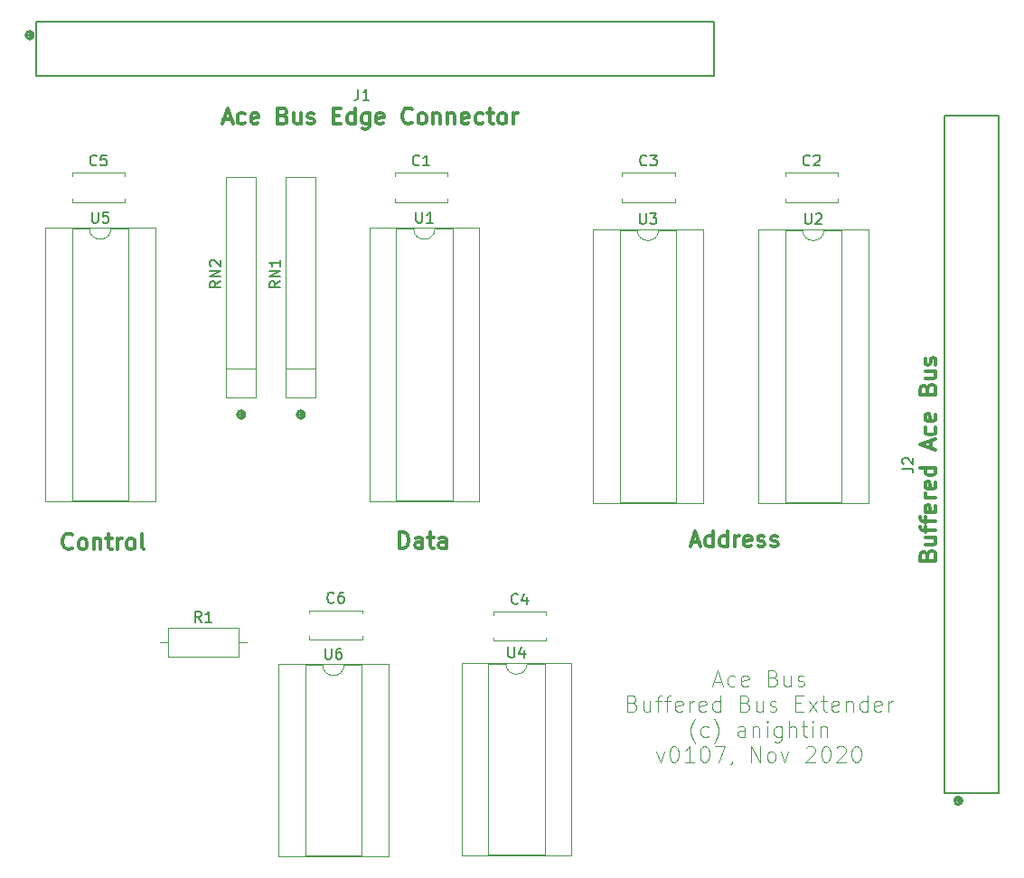
<source format=gbr>
G04 #@! TF.GenerationSoftware,KiCad,Pcbnew,(5.0.1-3-g963ef8bb5)*
G04 #@! TF.CreationDate,2020-10-28T20:52:00+00:00*
G04 #@! TF.ProjectId,ACE_Backplane_Adaptor,4143455F4261636B706C616E655F4164,rev?*
G04 #@! TF.SameCoordinates,Original*
G04 #@! TF.FileFunction,Legend,Top*
G04 #@! TF.FilePolarity,Positive*
%FSLAX46Y46*%
G04 Gerber Fmt 4.6, Leading zero omitted, Abs format (unit mm)*
G04 Created by KiCad (PCBNEW (5.0.1-3-g963ef8bb5)) date Wednesday, 28 October 2020 at 20:52:00*
%MOMM*%
%LPD*%
G01*
G04 APERTURE LIST*
%ADD10C,0.200000*%
%ADD11C,0.300000*%
%ADD12C,0.125000*%
%ADD13C,0.150000*%
%ADD14C,0.120000*%
G04 APERTURE END LIST*
D10*
X116225609Y-91927391D02*
G75*
G03X116225609Y-91927391I-401609J0D01*
G01*
X116130605Y-91948000D02*
G75*
G03X116130605Y-91948000I-179605J0D01*
G01*
X116107981Y-91948000D02*
G75*
G03X116107981Y-91948000I-283981J0D01*
G01*
X115951000Y-91948000D02*
G75*
G03X115951000Y-91948000I-127000J0D01*
G01*
X121813609Y-91927391D02*
G75*
G03X121813609Y-91927391I-401609J0D01*
G01*
X121718605Y-91948000D02*
G75*
G03X121718605Y-91948000I-179605J0D01*
G01*
X121695981Y-91948000D02*
G75*
G03X121695981Y-91948000I-283981J0D01*
G01*
X121539000Y-91948000D02*
G75*
G03X121539000Y-91948000I-127000J0D01*
G01*
D11*
X100012857Y-104421714D02*
X99941428Y-104493142D01*
X99727142Y-104564571D01*
X99584285Y-104564571D01*
X99370000Y-104493142D01*
X99227142Y-104350285D01*
X99155714Y-104207428D01*
X99084285Y-103921714D01*
X99084285Y-103707428D01*
X99155714Y-103421714D01*
X99227142Y-103278857D01*
X99370000Y-103136000D01*
X99584285Y-103064571D01*
X99727142Y-103064571D01*
X99941428Y-103136000D01*
X100012857Y-103207428D01*
X100870000Y-104564571D02*
X100727142Y-104493142D01*
X100655714Y-104421714D01*
X100584285Y-104278857D01*
X100584285Y-103850285D01*
X100655714Y-103707428D01*
X100727142Y-103636000D01*
X100870000Y-103564571D01*
X101084285Y-103564571D01*
X101227142Y-103636000D01*
X101298571Y-103707428D01*
X101370000Y-103850285D01*
X101370000Y-104278857D01*
X101298571Y-104421714D01*
X101227142Y-104493142D01*
X101084285Y-104564571D01*
X100870000Y-104564571D01*
X102012857Y-103564571D02*
X102012857Y-104564571D01*
X102012857Y-103707428D02*
X102084285Y-103636000D01*
X102227142Y-103564571D01*
X102441428Y-103564571D01*
X102584285Y-103636000D01*
X102655714Y-103778857D01*
X102655714Y-104564571D01*
X103155714Y-103564571D02*
X103727142Y-103564571D01*
X103370000Y-103064571D02*
X103370000Y-104350285D01*
X103441428Y-104493142D01*
X103584285Y-104564571D01*
X103727142Y-104564571D01*
X104227142Y-104564571D02*
X104227142Y-103564571D01*
X104227142Y-103850285D02*
X104298571Y-103707428D01*
X104370000Y-103636000D01*
X104512857Y-103564571D01*
X104655714Y-103564571D01*
X105370000Y-104564571D02*
X105227142Y-104493142D01*
X105155714Y-104421714D01*
X105084285Y-104278857D01*
X105084285Y-103850285D01*
X105155714Y-103707428D01*
X105227142Y-103636000D01*
X105370000Y-103564571D01*
X105584285Y-103564571D01*
X105727142Y-103636000D01*
X105798571Y-103707428D01*
X105870000Y-103850285D01*
X105870000Y-104278857D01*
X105798571Y-104421714D01*
X105727142Y-104493142D01*
X105584285Y-104564571D01*
X105370000Y-104564571D01*
X106727142Y-104564571D02*
X106584285Y-104493142D01*
X106512857Y-104350285D01*
X106512857Y-103064571D01*
X130663428Y-104437571D02*
X130663428Y-102937571D01*
X131020571Y-102937571D01*
X131234857Y-103009000D01*
X131377714Y-103151857D01*
X131449142Y-103294714D01*
X131520571Y-103580428D01*
X131520571Y-103794714D01*
X131449142Y-104080428D01*
X131377714Y-104223285D01*
X131234857Y-104366142D01*
X131020571Y-104437571D01*
X130663428Y-104437571D01*
X132806285Y-104437571D02*
X132806285Y-103651857D01*
X132734857Y-103509000D01*
X132592000Y-103437571D01*
X132306285Y-103437571D01*
X132163428Y-103509000D01*
X132806285Y-104366142D02*
X132663428Y-104437571D01*
X132306285Y-104437571D01*
X132163428Y-104366142D01*
X132092000Y-104223285D01*
X132092000Y-104080428D01*
X132163428Y-103937571D01*
X132306285Y-103866142D01*
X132663428Y-103866142D01*
X132806285Y-103794714D01*
X133306285Y-103437571D02*
X133877714Y-103437571D01*
X133520571Y-102937571D02*
X133520571Y-104223285D01*
X133592000Y-104366142D01*
X133734857Y-104437571D01*
X133877714Y-104437571D01*
X135020571Y-104437571D02*
X135020571Y-103651857D01*
X134949142Y-103509000D01*
X134806285Y-103437571D01*
X134520571Y-103437571D01*
X134377714Y-103509000D01*
X135020571Y-104366142D02*
X134877714Y-104437571D01*
X134520571Y-104437571D01*
X134377714Y-104366142D01*
X134306285Y-104223285D01*
X134306285Y-104080428D01*
X134377714Y-103937571D01*
X134520571Y-103866142D01*
X134877714Y-103866142D01*
X135020571Y-103794714D01*
X158016285Y-103882000D02*
X158730571Y-103882000D01*
X157873428Y-104310571D02*
X158373428Y-102810571D01*
X158873428Y-104310571D01*
X160016285Y-104310571D02*
X160016285Y-102810571D01*
X160016285Y-104239142D02*
X159873428Y-104310571D01*
X159587714Y-104310571D01*
X159444857Y-104239142D01*
X159373428Y-104167714D01*
X159302000Y-104024857D01*
X159302000Y-103596285D01*
X159373428Y-103453428D01*
X159444857Y-103382000D01*
X159587714Y-103310571D01*
X159873428Y-103310571D01*
X160016285Y-103382000D01*
X161373428Y-104310571D02*
X161373428Y-102810571D01*
X161373428Y-104239142D02*
X161230571Y-104310571D01*
X160944857Y-104310571D01*
X160802000Y-104239142D01*
X160730571Y-104167714D01*
X160659142Y-104024857D01*
X160659142Y-103596285D01*
X160730571Y-103453428D01*
X160802000Y-103382000D01*
X160944857Y-103310571D01*
X161230571Y-103310571D01*
X161373428Y-103382000D01*
X162087714Y-104310571D02*
X162087714Y-103310571D01*
X162087714Y-103596285D02*
X162159142Y-103453428D01*
X162230571Y-103382000D01*
X162373428Y-103310571D01*
X162516285Y-103310571D01*
X163587714Y-104239142D02*
X163444857Y-104310571D01*
X163159142Y-104310571D01*
X163016285Y-104239142D01*
X162944857Y-104096285D01*
X162944857Y-103524857D01*
X163016285Y-103382000D01*
X163159142Y-103310571D01*
X163444857Y-103310571D01*
X163587714Y-103382000D01*
X163659142Y-103524857D01*
X163659142Y-103667714D01*
X162944857Y-103810571D01*
X164230571Y-104239142D02*
X164373428Y-104310571D01*
X164659142Y-104310571D01*
X164802000Y-104239142D01*
X164873428Y-104096285D01*
X164873428Y-104024857D01*
X164802000Y-103882000D01*
X164659142Y-103810571D01*
X164444857Y-103810571D01*
X164302000Y-103739142D01*
X164230571Y-103596285D01*
X164230571Y-103524857D01*
X164302000Y-103382000D01*
X164444857Y-103310571D01*
X164659142Y-103310571D01*
X164802000Y-103382000D01*
X165444857Y-104239142D02*
X165587714Y-104310571D01*
X165873428Y-104310571D01*
X166016285Y-104239142D01*
X166087714Y-104096285D01*
X166087714Y-104024857D01*
X166016285Y-103882000D01*
X165873428Y-103810571D01*
X165659142Y-103810571D01*
X165516285Y-103739142D01*
X165444857Y-103596285D01*
X165444857Y-103524857D01*
X165516285Y-103382000D01*
X165659142Y-103310571D01*
X165873428Y-103310571D01*
X166016285Y-103382000D01*
X114174714Y-64258000D02*
X114889000Y-64258000D01*
X114031857Y-64686571D02*
X114531857Y-63186571D01*
X115031857Y-64686571D01*
X116174714Y-64615142D02*
X116031857Y-64686571D01*
X115746142Y-64686571D01*
X115603285Y-64615142D01*
X115531857Y-64543714D01*
X115460428Y-64400857D01*
X115460428Y-63972285D01*
X115531857Y-63829428D01*
X115603285Y-63758000D01*
X115746142Y-63686571D01*
X116031857Y-63686571D01*
X116174714Y-63758000D01*
X117389000Y-64615142D02*
X117246142Y-64686571D01*
X116960428Y-64686571D01*
X116817571Y-64615142D01*
X116746142Y-64472285D01*
X116746142Y-63900857D01*
X116817571Y-63758000D01*
X116960428Y-63686571D01*
X117246142Y-63686571D01*
X117389000Y-63758000D01*
X117460428Y-63900857D01*
X117460428Y-64043714D01*
X116746142Y-64186571D01*
X119746142Y-63900857D02*
X119960428Y-63972285D01*
X120031857Y-64043714D01*
X120103285Y-64186571D01*
X120103285Y-64400857D01*
X120031857Y-64543714D01*
X119960428Y-64615142D01*
X119817571Y-64686571D01*
X119246142Y-64686571D01*
X119246142Y-63186571D01*
X119746142Y-63186571D01*
X119889000Y-63258000D01*
X119960428Y-63329428D01*
X120031857Y-63472285D01*
X120031857Y-63615142D01*
X119960428Y-63758000D01*
X119889000Y-63829428D01*
X119746142Y-63900857D01*
X119246142Y-63900857D01*
X121389000Y-63686571D02*
X121389000Y-64686571D01*
X120746142Y-63686571D02*
X120746142Y-64472285D01*
X120817571Y-64615142D01*
X120960428Y-64686571D01*
X121174714Y-64686571D01*
X121317571Y-64615142D01*
X121389000Y-64543714D01*
X122031857Y-64615142D02*
X122174714Y-64686571D01*
X122460428Y-64686571D01*
X122603285Y-64615142D01*
X122674714Y-64472285D01*
X122674714Y-64400857D01*
X122603285Y-64258000D01*
X122460428Y-64186571D01*
X122246142Y-64186571D01*
X122103285Y-64115142D01*
X122031857Y-63972285D01*
X122031857Y-63900857D01*
X122103285Y-63758000D01*
X122246142Y-63686571D01*
X122460428Y-63686571D01*
X122603285Y-63758000D01*
X124460428Y-63900857D02*
X124960428Y-63900857D01*
X125174714Y-64686571D02*
X124460428Y-64686571D01*
X124460428Y-63186571D01*
X125174714Y-63186571D01*
X126460428Y-64686571D02*
X126460428Y-63186571D01*
X126460428Y-64615142D02*
X126317571Y-64686571D01*
X126031857Y-64686571D01*
X125889000Y-64615142D01*
X125817571Y-64543714D01*
X125746142Y-64400857D01*
X125746142Y-63972285D01*
X125817571Y-63829428D01*
X125889000Y-63758000D01*
X126031857Y-63686571D01*
X126317571Y-63686571D01*
X126460428Y-63758000D01*
X127817571Y-63686571D02*
X127817571Y-64900857D01*
X127746142Y-65043714D01*
X127674714Y-65115142D01*
X127531857Y-65186571D01*
X127317571Y-65186571D01*
X127174714Y-65115142D01*
X127817571Y-64615142D02*
X127674714Y-64686571D01*
X127389000Y-64686571D01*
X127246142Y-64615142D01*
X127174714Y-64543714D01*
X127103285Y-64400857D01*
X127103285Y-63972285D01*
X127174714Y-63829428D01*
X127246142Y-63758000D01*
X127389000Y-63686571D01*
X127674714Y-63686571D01*
X127817571Y-63758000D01*
X129103285Y-64615142D02*
X128960428Y-64686571D01*
X128674714Y-64686571D01*
X128531857Y-64615142D01*
X128460428Y-64472285D01*
X128460428Y-63900857D01*
X128531857Y-63758000D01*
X128674714Y-63686571D01*
X128960428Y-63686571D01*
X129103285Y-63758000D01*
X129174714Y-63900857D01*
X129174714Y-64043714D01*
X128460428Y-64186571D01*
X131817571Y-64543714D02*
X131746142Y-64615142D01*
X131531857Y-64686571D01*
X131389000Y-64686571D01*
X131174714Y-64615142D01*
X131031857Y-64472285D01*
X130960428Y-64329428D01*
X130889000Y-64043714D01*
X130889000Y-63829428D01*
X130960428Y-63543714D01*
X131031857Y-63400857D01*
X131174714Y-63258000D01*
X131389000Y-63186571D01*
X131531857Y-63186571D01*
X131746142Y-63258000D01*
X131817571Y-63329428D01*
X132674714Y-64686571D02*
X132531857Y-64615142D01*
X132460428Y-64543714D01*
X132389000Y-64400857D01*
X132389000Y-63972285D01*
X132460428Y-63829428D01*
X132531857Y-63758000D01*
X132674714Y-63686571D01*
X132889000Y-63686571D01*
X133031857Y-63758000D01*
X133103285Y-63829428D01*
X133174714Y-63972285D01*
X133174714Y-64400857D01*
X133103285Y-64543714D01*
X133031857Y-64615142D01*
X132889000Y-64686571D01*
X132674714Y-64686571D01*
X133817571Y-63686571D02*
X133817571Y-64686571D01*
X133817571Y-63829428D02*
X133889000Y-63758000D01*
X134031857Y-63686571D01*
X134246142Y-63686571D01*
X134389000Y-63758000D01*
X134460428Y-63900857D01*
X134460428Y-64686571D01*
X135174714Y-63686571D02*
X135174714Y-64686571D01*
X135174714Y-63829428D02*
X135246142Y-63758000D01*
X135389000Y-63686571D01*
X135603285Y-63686571D01*
X135746142Y-63758000D01*
X135817571Y-63900857D01*
X135817571Y-64686571D01*
X137103285Y-64615142D02*
X136960428Y-64686571D01*
X136674714Y-64686571D01*
X136531857Y-64615142D01*
X136460428Y-64472285D01*
X136460428Y-63900857D01*
X136531857Y-63758000D01*
X136674714Y-63686571D01*
X136960428Y-63686571D01*
X137103285Y-63758000D01*
X137174714Y-63900857D01*
X137174714Y-64043714D01*
X136460428Y-64186571D01*
X138460428Y-64615142D02*
X138317571Y-64686571D01*
X138031857Y-64686571D01*
X137889000Y-64615142D01*
X137817571Y-64543714D01*
X137746142Y-64400857D01*
X137746142Y-63972285D01*
X137817571Y-63829428D01*
X137889000Y-63758000D01*
X138031857Y-63686571D01*
X138317571Y-63686571D01*
X138460428Y-63758000D01*
X138889000Y-63686571D02*
X139460428Y-63686571D01*
X139103285Y-63186571D02*
X139103285Y-64472285D01*
X139174714Y-64615142D01*
X139317571Y-64686571D01*
X139460428Y-64686571D01*
X140174714Y-64686571D02*
X140031857Y-64615142D01*
X139960428Y-64543714D01*
X139889000Y-64400857D01*
X139889000Y-63972285D01*
X139960428Y-63829428D01*
X140031857Y-63758000D01*
X140174714Y-63686571D01*
X140389000Y-63686571D01*
X140531857Y-63758000D01*
X140603285Y-63829428D01*
X140674714Y-63972285D01*
X140674714Y-64400857D01*
X140603285Y-64543714D01*
X140531857Y-64615142D01*
X140389000Y-64686571D01*
X140174714Y-64686571D01*
X141317571Y-64686571D02*
X141317571Y-63686571D01*
X141317571Y-63972285D02*
X141389000Y-63829428D01*
X141460428Y-63758000D01*
X141603285Y-63686571D01*
X141746142Y-63686571D01*
X180105857Y-105103285D02*
X180177285Y-104889000D01*
X180248714Y-104817571D01*
X180391571Y-104746142D01*
X180605857Y-104746142D01*
X180748714Y-104817571D01*
X180820142Y-104889000D01*
X180891571Y-105031857D01*
X180891571Y-105603285D01*
X179391571Y-105603285D01*
X179391571Y-105103285D01*
X179463000Y-104960428D01*
X179534428Y-104889000D01*
X179677285Y-104817571D01*
X179820142Y-104817571D01*
X179963000Y-104889000D01*
X180034428Y-104960428D01*
X180105857Y-105103285D01*
X180105857Y-105603285D01*
X179891571Y-103460428D02*
X180891571Y-103460428D01*
X179891571Y-104103285D02*
X180677285Y-104103285D01*
X180820142Y-104031857D01*
X180891571Y-103889000D01*
X180891571Y-103674714D01*
X180820142Y-103531857D01*
X180748714Y-103460428D01*
X179891571Y-102960428D02*
X179891571Y-102389000D01*
X180891571Y-102746142D02*
X179605857Y-102746142D01*
X179463000Y-102674714D01*
X179391571Y-102531857D01*
X179391571Y-102389000D01*
X179891571Y-102103285D02*
X179891571Y-101531857D01*
X180891571Y-101889000D02*
X179605857Y-101889000D01*
X179463000Y-101817571D01*
X179391571Y-101674714D01*
X179391571Y-101531857D01*
X180820142Y-100460428D02*
X180891571Y-100603285D01*
X180891571Y-100889000D01*
X180820142Y-101031857D01*
X180677285Y-101103285D01*
X180105857Y-101103285D01*
X179963000Y-101031857D01*
X179891571Y-100889000D01*
X179891571Y-100603285D01*
X179963000Y-100460428D01*
X180105857Y-100389000D01*
X180248714Y-100389000D01*
X180391571Y-101103285D01*
X180891571Y-99746142D02*
X179891571Y-99746142D01*
X180177285Y-99746142D02*
X180034428Y-99674714D01*
X179963000Y-99603285D01*
X179891571Y-99460428D01*
X179891571Y-99317571D01*
X180820142Y-98246142D02*
X180891571Y-98389000D01*
X180891571Y-98674714D01*
X180820142Y-98817571D01*
X180677285Y-98889000D01*
X180105857Y-98889000D01*
X179963000Y-98817571D01*
X179891571Y-98674714D01*
X179891571Y-98389000D01*
X179963000Y-98246142D01*
X180105857Y-98174714D01*
X180248714Y-98174714D01*
X180391571Y-98889000D01*
X180891571Y-96889000D02*
X179391571Y-96889000D01*
X180820142Y-96889000D02*
X180891571Y-97031857D01*
X180891571Y-97317571D01*
X180820142Y-97460428D01*
X180748714Y-97531857D01*
X180605857Y-97603285D01*
X180177285Y-97603285D01*
X180034428Y-97531857D01*
X179963000Y-97460428D01*
X179891571Y-97317571D01*
X179891571Y-97031857D01*
X179963000Y-96889000D01*
X180463000Y-95103285D02*
X180463000Y-94389000D01*
X180891571Y-95246142D02*
X179391571Y-94746142D01*
X180891571Y-94246142D01*
X180820142Y-93103285D02*
X180891571Y-93246142D01*
X180891571Y-93531857D01*
X180820142Y-93674714D01*
X180748714Y-93746142D01*
X180605857Y-93817571D01*
X180177285Y-93817571D01*
X180034428Y-93746142D01*
X179963000Y-93674714D01*
X179891571Y-93531857D01*
X179891571Y-93246142D01*
X179963000Y-93103285D01*
X180820142Y-91889000D02*
X180891571Y-92031857D01*
X180891571Y-92317571D01*
X180820142Y-92460428D01*
X180677285Y-92531857D01*
X180105857Y-92531857D01*
X179963000Y-92460428D01*
X179891571Y-92317571D01*
X179891571Y-92031857D01*
X179963000Y-91889000D01*
X180105857Y-91817571D01*
X180248714Y-91817571D01*
X180391571Y-92531857D01*
X180105857Y-89531857D02*
X180177285Y-89317571D01*
X180248714Y-89246142D01*
X180391571Y-89174714D01*
X180605857Y-89174714D01*
X180748714Y-89246142D01*
X180820142Y-89317571D01*
X180891571Y-89460428D01*
X180891571Y-90031857D01*
X179391571Y-90031857D01*
X179391571Y-89531857D01*
X179463000Y-89389000D01*
X179534428Y-89317571D01*
X179677285Y-89246142D01*
X179820142Y-89246142D01*
X179963000Y-89317571D01*
X180034428Y-89389000D01*
X180105857Y-89531857D01*
X180105857Y-90031857D01*
X179891571Y-87889000D02*
X180891571Y-87889000D01*
X179891571Y-88531857D02*
X180677285Y-88531857D01*
X180820142Y-88460428D01*
X180891571Y-88317571D01*
X180891571Y-88103285D01*
X180820142Y-87960428D01*
X180748714Y-87889000D01*
X180820142Y-87246142D02*
X180891571Y-87103285D01*
X180891571Y-86817571D01*
X180820142Y-86674714D01*
X180677285Y-86603285D01*
X180605857Y-86603285D01*
X180463000Y-86674714D01*
X180391571Y-86817571D01*
X180391571Y-87031857D01*
X180320142Y-87174714D01*
X180177285Y-87246142D01*
X180105857Y-87246142D01*
X179963000Y-87174714D01*
X179891571Y-87031857D01*
X179891571Y-86817571D01*
X179963000Y-86674714D01*
D10*
X183134000Y-128143000D02*
G75*
G03X183134000Y-128143000I-127000J0D01*
G01*
X183290981Y-128143000D02*
G75*
G03X183290981Y-128143000I-283981J0D01*
G01*
X183313605Y-128143000D02*
G75*
G03X183313605Y-128143000I-179605J0D01*
G01*
X183408609Y-128122391D02*
G75*
G03X183408609Y-128122391I-401609J0D01*
G01*
X96413609Y-56367391D02*
G75*
G03X96413609Y-56367391I-401609J0D01*
G01*
X96318605Y-56388000D02*
G75*
G03X96318605Y-56388000I-179605J0D01*
G01*
X96295981Y-56388000D02*
G75*
G03X96295981Y-56388000I-283981J0D01*
G01*
X96139000Y-56388000D02*
G75*
G03X96139000Y-56388000I-127000J0D01*
G01*
D12*
X160088000Y-116956500D02*
X160802285Y-116956500D01*
X159945142Y-117385071D02*
X160445142Y-115885071D01*
X160945142Y-117385071D01*
X162088000Y-117313642D02*
X161945142Y-117385071D01*
X161659428Y-117385071D01*
X161516571Y-117313642D01*
X161445142Y-117242214D01*
X161373714Y-117099357D01*
X161373714Y-116670785D01*
X161445142Y-116527928D01*
X161516571Y-116456500D01*
X161659428Y-116385071D01*
X161945142Y-116385071D01*
X162088000Y-116456500D01*
X163302285Y-117313642D02*
X163159428Y-117385071D01*
X162873714Y-117385071D01*
X162730857Y-117313642D01*
X162659428Y-117170785D01*
X162659428Y-116599357D01*
X162730857Y-116456500D01*
X162873714Y-116385071D01*
X163159428Y-116385071D01*
X163302285Y-116456500D01*
X163373714Y-116599357D01*
X163373714Y-116742214D01*
X162659428Y-116885071D01*
X165659428Y-116599357D02*
X165873714Y-116670785D01*
X165945142Y-116742214D01*
X166016571Y-116885071D01*
X166016571Y-117099357D01*
X165945142Y-117242214D01*
X165873714Y-117313642D01*
X165730857Y-117385071D01*
X165159428Y-117385071D01*
X165159428Y-115885071D01*
X165659428Y-115885071D01*
X165802285Y-115956500D01*
X165873714Y-116027928D01*
X165945142Y-116170785D01*
X165945142Y-116313642D01*
X165873714Y-116456500D01*
X165802285Y-116527928D01*
X165659428Y-116599357D01*
X165159428Y-116599357D01*
X167302285Y-116385071D02*
X167302285Y-117385071D01*
X166659428Y-116385071D02*
X166659428Y-117170785D01*
X166730857Y-117313642D01*
X166873714Y-117385071D01*
X167088000Y-117385071D01*
X167230857Y-117313642D01*
X167302285Y-117242214D01*
X167945142Y-117313642D02*
X168088000Y-117385071D01*
X168373714Y-117385071D01*
X168516571Y-117313642D01*
X168588000Y-117170785D01*
X168588000Y-117099357D01*
X168516571Y-116956500D01*
X168373714Y-116885071D01*
X168159428Y-116885071D01*
X168016571Y-116813642D01*
X167945142Y-116670785D01*
X167945142Y-116599357D01*
X168016571Y-116456500D01*
X168159428Y-116385071D01*
X168373714Y-116385071D01*
X168516571Y-116456500D01*
X152480857Y-118974357D02*
X152695142Y-119045785D01*
X152766571Y-119117214D01*
X152838000Y-119260071D01*
X152838000Y-119474357D01*
X152766571Y-119617214D01*
X152695142Y-119688642D01*
X152552285Y-119760071D01*
X151980857Y-119760071D01*
X151980857Y-118260071D01*
X152480857Y-118260071D01*
X152623714Y-118331500D01*
X152695142Y-118402928D01*
X152766571Y-118545785D01*
X152766571Y-118688642D01*
X152695142Y-118831500D01*
X152623714Y-118902928D01*
X152480857Y-118974357D01*
X151980857Y-118974357D01*
X154123714Y-118760071D02*
X154123714Y-119760071D01*
X153480857Y-118760071D02*
X153480857Y-119545785D01*
X153552285Y-119688642D01*
X153695142Y-119760071D01*
X153909428Y-119760071D01*
X154052285Y-119688642D01*
X154123714Y-119617214D01*
X154623714Y-118760071D02*
X155195142Y-118760071D01*
X154838000Y-119760071D02*
X154838000Y-118474357D01*
X154909428Y-118331500D01*
X155052285Y-118260071D01*
X155195142Y-118260071D01*
X155480857Y-118760071D02*
X156052285Y-118760071D01*
X155695142Y-119760071D02*
X155695142Y-118474357D01*
X155766571Y-118331500D01*
X155909428Y-118260071D01*
X156052285Y-118260071D01*
X157123714Y-119688642D02*
X156980857Y-119760071D01*
X156695142Y-119760071D01*
X156552285Y-119688642D01*
X156480857Y-119545785D01*
X156480857Y-118974357D01*
X156552285Y-118831500D01*
X156695142Y-118760071D01*
X156980857Y-118760071D01*
X157123714Y-118831500D01*
X157195142Y-118974357D01*
X157195142Y-119117214D01*
X156480857Y-119260071D01*
X157838000Y-119760071D02*
X157838000Y-118760071D01*
X157838000Y-119045785D02*
X157909428Y-118902928D01*
X157980857Y-118831500D01*
X158123714Y-118760071D01*
X158266571Y-118760071D01*
X159338000Y-119688642D02*
X159195142Y-119760071D01*
X158909428Y-119760071D01*
X158766571Y-119688642D01*
X158695142Y-119545785D01*
X158695142Y-118974357D01*
X158766571Y-118831500D01*
X158909428Y-118760071D01*
X159195142Y-118760071D01*
X159338000Y-118831500D01*
X159409428Y-118974357D01*
X159409428Y-119117214D01*
X158695142Y-119260071D01*
X160695142Y-119760071D02*
X160695142Y-118260071D01*
X160695142Y-119688642D02*
X160552285Y-119760071D01*
X160266571Y-119760071D01*
X160123714Y-119688642D01*
X160052285Y-119617214D01*
X159980857Y-119474357D01*
X159980857Y-119045785D01*
X160052285Y-118902928D01*
X160123714Y-118831500D01*
X160266571Y-118760071D01*
X160552285Y-118760071D01*
X160695142Y-118831500D01*
X163052285Y-118974357D02*
X163266571Y-119045785D01*
X163338000Y-119117214D01*
X163409428Y-119260071D01*
X163409428Y-119474357D01*
X163338000Y-119617214D01*
X163266571Y-119688642D01*
X163123714Y-119760071D01*
X162552285Y-119760071D01*
X162552285Y-118260071D01*
X163052285Y-118260071D01*
X163195142Y-118331500D01*
X163266571Y-118402928D01*
X163338000Y-118545785D01*
X163338000Y-118688642D01*
X163266571Y-118831500D01*
X163195142Y-118902928D01*
X163052285Y-118974357D01*
X162552285Y-118974357D01*
X164695142Y-118760071D02*
X164695142Y-119760071D01*
X164052285Y-118760071D02*
X164052285Y-119545785D01*
X164123714Y-119688642D01*
X164266571Y-119760071D01*
X164480857Y-119760071D01*
X164623714Y-119688642D01*
X164695142Y-119617214D01*
X165338000Y-119688642D02*
X165480857Y-119760071D01*
X165766571Y-119760071D01*
X165909428Y-119688642D01*
X165980857Y-119545785D01*
X165980857Y-119474357D01*
X165909428Y-119331500D01*
X165766571Y-119260071D01*
X165552285Y-119260071D01*
X165409428Y-119188642D01*
X165338000Y-119045785D01*
X165338000Y-118974357D01*
X165409428Y-118831500D01*
X165552285Y-118760071D01*
X165766571Y-118760071D01*
X165909428Y-118831500D01*
X167766571Y-118974357D02*
X168266571Y-118974357D01*
X168480857Y-119760071D02*
X167766571Y-119760071D01*
X167766571Y-118260071D01*
X168480857Y-118260071D01*
X168980857Y-119760071D02*
X169766571Y-118760071D01*
X168980857Y-118760071D02*
X169766571Y-119760071D01*
X170123714Y-118760071D02*
X170695142Y-118760071D01*
X170338000Y-118260071D02*
X170338000Y-119545785D01*
X170409428Y-119688642D01*
X170552285Y-119760071D01*
X170695142Y-119760071D01*
X171766571Y-119688642D02*
X171623714Y-119760071D01*
X171338000Y-119760071D01*
X171195142Y-119688642D01*
X171123714Y-119545785D01*
X171123714Y-118974357D01*
X171195142Y-118831500D01*
X171338000Y-118760071D01*
X171623714Y-118760071D01*
X171766571Y-118831500D01*
X171838000Y-118974357D01*
X171838000Y-119117214D01*
X171123714Y-119260071D01*
X172480857Y-118760071D02*
X172480857Y-119760071D01*
X172480857Y-118902928D02*
X172552285Y-118831500D01*
X172695142Y-118760071D01*
X172909428Y-118760071D01*
X173052285Y-118831500D01*
X173123714Y-118974357D01*
X173123714Y-119760071D01*
X174480857Y-119760071D02*
X174480857Y-118260071D01*
X174480857Y-119688642D02*
X174338000Y-119760071D01*
X174052285Y-119760071D01*
X173909428Y-119688642D01*
X173838000Y-119617214D01*
X173766571Y-119474357D01*
X173766571Y-119045785D01*
X173838000Y-118902928D01*
X173909428Y-118831500D01*
X174052285Y-118760071D01*
X174338000Y-118760071D01*
X174480857Y-118831500D01*
X175766571Y-119688642D02*
X175623714Y-119760071D01*
X175338000Y-119760071D01*
X175195142Y-119688642D01*
X175123714Y-119545785D01*
X175123714Y-118974357D01*
X175195142Y-118831500D01*
X175338000Y-118760071D01*
X175623714Y-118760071D01*
X175766571Y-118831500D01*
X175838000Y-118974357D01*
X175838000Y-119117214D01*
X175123714Y-119260071D01*
X176480857Y-119760071D02*
X176480857Y-118760071D01*
X176480857Y-119045785D02*
X176552285Y-118902928D01*
X176623714Y-118831500D01*
X176766571Y-118760071D01*
X176909428Y-118760071D01*
X158373714Y-122706500D02*
X158302285Y-122635071D01*
X158159428Y-122420785D01*
X158088000Y-122277928D01*
X158016571Y-122063642D01*
X157945142Y-121706500D01*
X157945142Y-121420785D01*
X158016571Y-121063642D01*
X158088000Y-120849357D01*
X158159428Y-120706500D01*
X158302285Y-120492214D01*
X158373714Y-120420785D01*
X159588000Y-122063642D02*
X159445142Y-122135071D01*
X159159428Y-122135071D01*
X159016571Y-122063642D01*
X158945142Y-121992214D01*
X158873714Y-121849357D01*
X158873714Y-121420785D01*
X158945142Y-121277928D01*
X159016571Y-121206500D01*
X159159428Y-121135071D01*
X159445142Y-121135071D01*
X159588000Y-121206500D01*
X160088000Y-122706500D02*
X160159428Y-122635071D01*
X160302285Y-122420785D01*
X160373714Y-122277928D01*
X160445142Y-122063642D01*
X160516571Y-121706500D01*
X160516571Y-121420785D01*
X160445142Y-121063642D01*
X160373714Y-120849357D01*
X160302285Y-120706500D01*
X160159428Y-120492214D01*
X160088000Y-120420785D01*
X163016571Y-122135071D02*
X163016571Y-121349357D01*
X162945142Y-121206500D01*
X162802285Y-121135071D01*
X162516571Y-121135071D01*
X162373714Y-121206500D01*
X163016571Y-122063642D02*
X162873714Y-122135071D01*
X162516571Y-122135071D01*
X162373714Y-122063642D01*
X162302285Y-121920785D01*
X162302285Y-121777928D01*
X162373714Y-121635071D01*
X162516571Y-121563642D01*
X162873714Y-121563642D01*
X163016571Y-121492214D01*
X163730857Y-121135071D02*
X163730857Y-122135071D01*
X163730857Y-121277928D02*
X163802285Y-121206500D01*
X163945142Y-121135071D01*
X164159428Y-121135071D01*
X164302285Y-121206500D01*
X164373714Y-121349357D01*
X164373714Y-122135071D01*
X165088000Y-122135071D02*
X165088000Y-121135071D01*
X165088000Y-120635071D02*
X165016571Y-120706500D01*
X165088000Y-120777928D01*
X165159428Y-120706500D01*
X165088000Y-120635071D01*
X165088000Y-120777928D01*
X166445142Y-121135071D02*
X166445142Y-122349357D01*
X166373714Y-122492214D01*
X166302285Y-122563642D01*
X166159428Y-122635071D01*
X165945142Y-122635071D01*
X165802285Y-122563642D01*
X166445142Y-122063642D02*
X166302285Y-122135071D01*
X166016571Y-122135071D01*
X165873714Y-122063642D01*
X165802285Y-121992214D01*
X165730857Y-121849357D01*
X165730857Y-121420785D01*
X165802285Y-121277928D01*
X165873714Y-121206500D01*
X166016571Y-121135071D01*
X166302285Y-121135071D01*
X166445142Y-121206500D01*
X167159428Y-122135071D02*
X167159428Y-120635071D01*
X167802285Y-122135071D02*
X167802285Y-121349357D01*
X167730857Y-121206500D01*
X167588000Y-121135071D01*
X167373714Y-121135071D01*
X167230857Y-121206500D01*
X167159428Y-121277928D01*
X168302285Y-121135071D02*
X168873714Y-121135071D01*
X168516571Y-120635071D02*
X168516571Y-121920785D01*
X168588000Y-122063642D01*
X168730857Y-122135071D01*
X168873714Y-122135071D01*
X169373714Y-122135071D02*
X169373714Y-121135071D01*
X169373714Y-120635071D02*
X169302285Y-120706500D01*
X169373714Y-120777928D01*
X169445142Y-120706500D01*
X169373714Y-120635071D01*
X169373714Y-120777928D01*
X170088000Y-121135071D02*
X170088000Y-122135071D01*
X170088000Y-121277928D02*
X170159428Y-121206500D01*
X170302285Y-121135071D01*
X170516571Y-121135071D01*
X170659428Y-121206500D01*
X170730857Y-121349357D01*
X170730857Y-122135071D01*
X154730857Y-123510071D02*
X155088000Y-124510071D01*
X155445142Y-123510071D01*
X156302285Y-123010071D02*
X156445142Y-123010071D01*
X156588000Y-123081500D01*
X156659428Y-123152928D01*
X156730857Y-123295785D01*
X156802285Y-123581500D01*
X156802285Y-123938642D01*
X156730857Y-124224357D01*
X156659428Y-124367214D01*
X156588000Y-124438642D01*
X156445142Y-124510071D01*
X156302285Y-124510071D01*
X156159428Y-124438642D01*
X156088000Y-124367214D01*
X156016571Y-124224357D01*
X155945142Y-123938642D01*
X155945142Y-123581500D01*
X156016571Y-123295785D01*
X156088000Y-123152928D01*
X156159428Y-123081500D01*
X156302285Y-123010071D01*
X158230857Y-124510071D02*
X157373714Y-124510071D01*
X157802285Y-124510071D02*
X157802285Y-123010071D01*
X157659428Y-123224357D01*
X157516571Y-123367214D01*
X157373714Y-123438642D01*
X159159428Y-123010071D02*
X159302285Y-123010071D01*
X159445142Y-123081500D01*
X159516571Y-123152928D01*
X159588000Y-123295785D01*
X159659428Y-123581500D01*
X159659428Y-123938642D01*
X159588000Y-124224357D01*
X159516571Y-124367214D01*
X159445142Y-124438642D01*
X159302285Y-124510071D01*
X159159428Y-124510071D01*
X159016571Y-124438642D01*
X158945142Y-124367214D01*
X158873714Y-124224357D01*
X158802285Y-123938642D01*
X158802285Y-123581500D01*
X158873714Y-123295785D01*
X158945142Y-123152928D01*
X159016571Y-123081500D01*
X159159428Y-123010071D01*
X160159428Y-123010071D02*
X161159428Y-123010071D01*
X160516571Y-124510071D01*
X161802285Y-124438642D02*
X161802285Y-124510071D01*
X161730857Y-124652928D01*
X161659428Y-124724357D01*
X163588000Y-124510071D02*
X163588000Y-123010071D01*
X164445142Y-124510071D01*
X164445142Y-123010071D01*
X165373714Y-124510071D02*
X165230857Y-124438642D01*
X165159428Y-124367214D01*
X165088000Y-124224357D01*
X165088000Y-123795785D01*
X165159428Y-123652928D01*
X165230857Y-123581500D01*
X165373714Y-123510071D01*
X165588000Y-123510071D01*
X165730857Y-123581500D01*
X165802285Y-123652928D01*
X165873714Y-123795785D01*
X165873714Y-124224357D01*
X165802285Y-124367214D01*
X165730857Y-124438642D01*
X165588000Y-124510071D01*
X165373714Y-124510071D01*
X166373714Y-123510071D02*
X166730857Y-124510071D01*
X167088000Y-123510071D01*
X168730857Y-123152928D02*
X168802285Y-123081500D01*
X168945142Y-123010071D01*
X169302285Y-123010071D01*
X169445142Y-123081500D01*
X169516571Y-123152928D01*
X169588000Y-123295785D01*
X169588000Y-123438642D01*
X169516571Y-123652928D01*
X168659428Y-124510071D01*
X169588000Y-124510071D01*
X170516571Y-123010071D02*
X170659428Y-123010071D01*
X170802285Y-123081500D01*
X170873714Y-123152928D01*
X170945142Y-123295785D01*
X171016571Y-123581500D01*
X171016571Y-123938642D01*
X170945142Y-124224357D01*
X170873714Y-124367214D01*
X170802285Y-124438642D01*
X170659428Y-124510071D01*
X170516571Y-124510071D01*
X170373714Y-124438642D01*
X170302285Y-124367214D01*
X170230857Y-124224357D01*
X170159428Y-123938642D01*
X170159428Y-123581500D01*
X170230857Y-123295785D01*
X170302285Y-123152928D01*
X170373714Y-123081500D01*
X170516571Y-123010071D01*
X171588000Y-123152928D02*
X171659428Y-123081500D01*
X171802285Y-123010071D01*
X172159428Y-123010071D01*
X172302285Y-123081500D01*
X172373714Y-123152928D01*
X172445142Y-123295785D01*
X172445142Y-123438642D01*
X172373714Y-123652928D01*
X171516571Y-124510071D01*
X172445142Y-124510071D01*
X173373714Y-123010071D02*
X173516571Y-123010071D01*
X173659428Y-123081500D01*
X173730857Y-123152928D01*
X173802285Y-123295785D01*
X173873714Y-123581500D01*
X173873714Y-123938642D01*
X173802285Y-124224357D01*
X173730857Y-124367214D01*
X173659428Y-124438642D01*
X173516571Y-124510071D01*
X173373714Y-124510071D01*
X173230857Y-124438642D01*
X173159428Y-124367214D01*
X173088000Y-124224357D01*
X173016571Y-123938642D01*
X173016571Y-123581500D01*
X173088000Y-123295785D01*
X173159428Y-123152928D01*
X173230857Y-123081500D01*
X173373714Y-123010071D01*
D13*
G04 #@! TO.C,J1*
X160147000Y-55118000D02*
X96647000Y-55118000D01*
X160147000Y-60198000D02*
X160147000Y-55118000D01*
X96647000Y-60198000D02*
X160147000Y-60198000D01*
X96647000Y-55118000D02*
X96647000Y-60198000D01*
D14*
G04 #@! TO.C,U5*
X103616000Y-74489000D02*
G75*
G02X101616000Y-74489000I-1000000J0D01*
G01*
X101616000Y-74489000D02*
X99966000Y-74489000D01*
X99966000Y-74489000D02*
X99966000Y-100009000D01*
X99966000Y-100009000D02*
X105266000Y-100009000D01*
X105266000Y-100009000D02*
X105266000Y-74489000D01*
X105266000Y-74489000D02*
X103616000Y-74489000D01*
X97476000Y-74429000D02*
X97476000Y-100069000D01*
X97476000Y-100069000D02*
X107756000Y-100069000D01*
X107756000Y-100069000D02*
X107756000Y-74429000D01*
X107756000Y-74429000D02*
X97476000Y-74429000D01*
G04 #@! TO.C,U4*
X142605000Y-115256000D02*
G75*
G02X140605000Y-115256000I-1000000J0D01*
G01*
X140605000Y-115256000D02*
X138955000Y-115256000D01*
X138955000Y-115256000D02*
X138955000Y-133156000D01*
X138955000Y-133156000D02*
X144255000Y-133156000D01*
X144255000Y-133156000D02*
X144255000Y-115256000D01*
X144255000Y-115256000D02*
X142605000Y-115256000D01*
X136465000Y-115196000D02*
X136465000Y-133216000D01*
X136465000Y-133216000D02*
X146745000Y-133216000D01*
X146745000Y-133216000D02*
X146745000Y-115196000D01*
X146745000Y-115196000D02*
X136465000Y-115196000D01*
G04 #@! TO.C,U6*
X125460000Y-115383000D02*
G75*
G02X123460000Y-115383000I-1000000J0D01*
G01*
X123460000Y-115383000D02*
X121810000Y-115383000D01*
X121810000Y-115383000D02*
X121810000Y-133283000D01*
X121810000Y-133283000D02*
X127110000Y-133283000D01*
X127110000Y-133283000D02*
X127110000Y-115383000D01*
X127110000Y-115383000D02*
X125460000Y-115383000D01*
X119320000Y-115323000D02*
X119320000Y-133343000D01*
X119320000Y-133343000D02*
X129600000Y-133343000D01*
X129600000Y-133343000D02*
X129600000Y-115323000D01*
X129600000Y-115323000D02*
X119320000Y-115323000D01*
G04 #@! TO.C,U1*
X133969000Y-74489000D02*
G75*
G02X131969000Y-74489000I-1000000J0D01*
G01*
X131969000Y-74489000D02*
X130319000Y-74489000D01*
X130319000Y-74489000D02*
X130319000Y-100009000D01*
X130319000Y-100009000D02*
X135619000Y-100009000D01*
X135619000Y-100009000D02*
X135619000Y-74489000D01*
X135619000Y-74489000D02*
X133969000Y-74489000D01*
X127829000Y-74429000D02*
X127829000Y-100069000D01*
X127829000Y-100069000D02*
X138109000Y-100069000D01*
X138109000Y-100069000D02*
X138109000Y-74429000D01*
X138109000Y-74429000D02*
X127829000Y-74429000D01*
G04 #@! TO.C,U2*
X174558000Y-74556000D02*
X164278000Y-74556000D01*
X174558000Y-100196000D02*
X174558000Y-74556000D01*
X164278000Y-100196000D02*
X174558000Y-100196000D01*
X164278000Y-74556000D02*
X164278000Y-100196000D01*
X172068000Y-74616000D02*
X170418000Y-74616000D01*
X172068000Y-100136000D02*
X172068000Y-74616000D01*
X166768000Y-100136000D02*
X172068000Y-100136000D01*
X166768000Y-74616000D02*
X166768000Y-100136000D01*
X168418000Y-74616000D02*
X166768000Y-74616000D01*
X170418000Y-74616000D02*
G75*
G02X168418000Y-74616000I-1000000J0D01*
G01*
G04 #@! TO.C,U3*
X154924000Y-74616000D02*
G75*
G02X152924000Y-74616000I-1000000J0D01*
G01*
X152924000Y-74616000D02*
X151274000Y-74616000D01*
X151274000Y-74616000D02*
X151274000Y-100136000D01*
X151274000Y-100136000D02*
X156574000Y-100136000D01*
X156574000Y-100136000D02*
X156574000Y-74616000D01*
X156574000Y-74616000D02*
X154924000Y-74616000D01*
X148784000Y-74556000D02*
X148784000Y-100196000D01*
X148784000Y-100196000D02*
X159064000Y-100196000D01*
X159064000Y-100196000D02*
X159064000Y-74556000D01*
X159064000Y-74556000D02*
X148784000Y-74556000D01*
G04 #@! TO.C,RN1*
X120012000Y-87633000D02*
X122812000Y-87633000D01*
X120012000Y-69683000D02*
X120012000Y-90343000D01*
X122812000Y-69683000D02*
X120012000Y-69683000D01*
X122812000Y-90343000D02*
X122812000Y-69683000D01*
X120012000Y-90343000D02*
X122812000Y-90343000D01*
G04 #@! TO.C,RN2*
X114424000Y-90343000D02*
X117224000Y-90343000D01*
X117224000Y-90343000D02*
X117224000Y-69683000D01*
X117224000Y-69683000D02*
X114424000Y-69683000D01*
X114424000Y-69683000D02*
X114424000Y-90343000D01*
X114424000Y-87633000D02*
X117224000Y-87633000D01*
G04 #@! TO.C,C1*
X130205000Y-69279000D02*
X135145000Y-69279000D01*
X130205000Y-72019000D02*
X135145000Y-72019000D01*
X130205000Y-69279000D02*
X130205000Y-69594000D01*
X130205000Y-71704000D02*
X130205000Y-72019000D01*
X135145000Y-69279000D02*
X135145000Y-69594000D01*
X135145000Y-71704000D02*
X135145000Y-72019000D01*
G04 #@! TO.C,C2*
X171721000Y-71704000D02*
X171721000Y-72019000D01*
X171721000Y-69279000D02*
X171721000Y-69594000D01*
X166781000Y-71704000D02*
X166781000Y-72019000D01*
X166781000Y-69279000D02*
X166781000Y-69594000D01*
X166781000Y-72019000D02*
X171721000Y-72019000D01*
X166781000Y-69279000D02*
X171721000Y-69279000D01*
D13*
G04 #@! TO.C,J2*
X181737000Y-63881000D02*
X181737000Y-127381000D01*
X186817000Y-63881000D02*
X181737000Y-63881000D01*
X186817000Y-127381000D02*
X186817000Y-63881000D01*
X181737000Y-127381000D02*
X186817000Y-127381000D01*
D14*
G04 #@! TO.C,C3*
X151494000Y-69279000D02*
X156434000Y-69279000D01*
X151494000Y-72019000D02*
X156434000Y-72019000D01*
X151494000Y-69279000D02*
X151494000Y-69594000D01*
X151494000Y-71704000D02*
X151494000Y-72019000D01*
X156434000Y-69279000D02*
X156434000Y-69594000D01*
X156434000Y-71704000D02*
X156434000Y-72019000D01*
G04 #@! TO.C,C4*
X144369000Y-112815000D02*
X144369000Y-113130000D01*
X144369000Y-110390000D02*
X144369000Y-110705000D01*
X139429000Y-112815000D02*
X139429000Y-113130000D01*
X139429000Y-110390000D02*
X139429000Y-110705000D01*
X139429000Y-113130000D02*
X144369000Y-113130000D01*
X139429000Y-110390000D02*
X144369000Y-110390000D01*
G04 #@! TO.C,C5*
X99979000Y-69279000D02*
X104919000Y-69279000D01*
X99979000Y-72019000D02*
X104919000Y-72019000D01*
X99979000Y-69279000D02*
X99979000Y-69594000D01*
X99979000Y-71704000D02*
X99979000Y-72019000D01*
X104919000Y-69279000D02*
X104919000Y-69594000D01*
X104919000Y-71704000D02*
X104919000Y-72019000D01*
G04 #@! TO.C,C6*
X127144000Y-112688000D02*
X127144000Y-113003000D01*
X127144000Y-110263000D02*
X127144000Y-110578000D01*
X122204000Y-112688000D02*
X122204000Y-113003000D01*
X122204000Y-110263000D02*
X122204000Y-110578000D01*
X122204000Y-113003000D02*
X127144000Y-113003000D01*
X122204000Y-110263000D02*
X127144000Y-110263000D01*
G04 #@! TO.C,R1*
X108998000Y-111914000D02*
X108998000Y-114654000D01*
X108998000Y-114654000D02*
X115538000Y-114654000D01*
X115538000Y-114654000D02*
X115538000Y-111914000D01*
X115538000Y-111914000D02*
X108998000Y-111914000D01*
X108228000Y-113284000D02*
X108998000Y-113284000D01*
X116308000Y-113284000D02*
X115538000Y-113284000D01*
G04 #@! TO.C,J1*
D13*
X126793666Y-61428380D02*
X126793666Y-62142666D01*
X126746047Y-62285523D01*
X126650809Y-62380761D01*
X126507952Y-62428380D01*
X126412714Y-62428380D01*
X127793666Y-62428380D02*
X127222238Y-62428380D01*
X127507952Y-62428380D02*
X127507952Y-61428380D01*
X127412714Y-61571238D01*
X127317476Y-61666476D01*
X127222238Y-61714095D01*
G04 #@! TO.C,U5*
X101854095Y-72941380D02*
X101854095Y-73750904D01*
X101901714Y-73846142D01*
X101949333Y-73893761D01*
X102044571Y-73941380D01*
X102235047Y-73941380D01*
X102330285Y-73893761D01*
X102377904Y-73846142D01*
X102425523Y-73750904D01*
X102425523Y-72941380D01*
X103377904Y-72941380D02*
X102901714Y-72941380D01*
X102854095Y-73417571D01*
X102901714Y-73369952D01*
X102996952Y-73322333D01*
X103235047Y-73322333D01*
X103330285Y-73369952D01*
X103377904Y-73417571D01*
X103425523Y-73512809D01*
X103425523Y-73750904D01*
X103377904Y-73846142D01*
X103330285Y-73893761D01*
X103235047Y-73941380D01*
X102996952Y-73941380D01*
X102901714Y-73893761D01*
X102854095Y-73846142D01*
G04 #@! TO.C,U4*
X140843095Y-113708380D02*
X140843095Y-114517904D01*
X140890714Y-114613142D01*
X140938333Y-114660761D01*
X141033571Y-114708380D01*
X141224047Y-114708380D01*
X141319285Y-114660761D01*
X141366904Y-114613142D01*
X141414523Y-114517904D01*
X141414523Y-113708380D01*
X142319285Y-114041714D02*
X142319285Y-114708380D01*
X142081190Y-113660761D02*
X141843095Y-114375047D01*
X142462142Y-114375047D01*
G04 #@! TO.C,U6*
X123698095Y-113835380D02*
X123698095Y-114644904D01*
X123745714Y-114740142D01*
X123793333Y-114787761D01*
X123888571Y-114835380D01*
X124079047Y-114835380D01*
X124174285Y-114787761D01*
X124221904Y-114740142D01*
X124269523Y-114644904D01*
X124269523Y-113835380D01*
X125174285Y-113835380D02*
X124983809Y-113835380D01*
X124888571Y-113883000D01*
X124840952Y-113930619D01*
X124745714Y-114073476D01*
X124698095Y-114263952D01*
X124698095Y-114644904D01*
X124745714Y-114740142D01*
X124793333Y-114787761D01*
X124888571Y-114835380D01*
X125079047Y-114835380D01*
X125174285Y-114787761D01*
X125221904Y-114740142D01*
X125269523Y-114644904D01*
X125269523Y-114406809D01*
X125221904Y-114311571D01*
X125174285Y-114263952D01*
X125079047Y-114216333D01*
X124888571Y-114216333D01*
X124793333Y-114263952D01*
X124745714Y-114311571D01*
X124698095Y-114406809D01*
G04 #@! TO.C,U1*
X132207095Y-72941380D02*
X132207095Y-73750904D01*
X132254714Y-73846142D01*
X132302333Y-73893761D01*
X132397571Y-73941380D01*
X132588047Y-73941380D01*
X132683285Y-73893761D01*
X132730904Y-73846142D01*
X132778523Y-73750904D01*
X132778523Y-72941380D01*
X133778523Y-73941380D02*
X133207095Y-73941380D01*
X133492809Y-73941380D02*
X133492809Y-72941380D01*
X133397571Y-73084238D01*
X133302333Y-73179476D01*
X133207095Y-73227095D01*
G04 #@! TO.C,U2*
X168656095Y-73068380D02*
X168656095Y-73877904D01*
X168703714Y-73973142D01*
X168751333Y-74020761D01*
X168846571Y-74068380D01*
X169037047Y-74068380D01*
X169132285Y-74020761D01*
X169179904Y-73973142D01*
X169227523Y-73877904D01*
X169227523Y-73068380D01*
X169656095Y-73163619D02*
X169703714Y-73116000D01*
X169798952Y-73068380D01*
X170037047Y-73068380D01*
X170132285Y-73116000D01*
X170179904Y-73163619D01*
X170227523Y-73258857D01*
X170227523Y-73354095D01*
X170179904Y-73496952D01*
X169608476Y-74068380D01*
X170227523Y-74068380D01*
G04 #@! TO.C,U3*
X153162095Y-73068380D02*
X153162095Y-73877904D01*
X153209714Y-73973142D01*
X153257333Y-74020761D01*
X153352571Y-74068380D01*
X153543047Y-74068380D01*
X153638285Y-74020761D01*
X153685904Y-73973142D01*
X153733523Y-73877904D01*
X153733523Y-73068380D01*
X154114476Y-73068380D02*
X154733523Y-73068380D01*
X154400190Y-73449333D01*
X154543047Y-73449333D01*
X154638285Y-73496952D01*
X154685904Y-73544571D01*
X154733523Y-73639809D01*
X154733523Y-73877904D01*
X154685904Y-73973142D01*
X154638285Y-74020761D01*
X154543047Y-74068380D01*
X154257333Y-74068380D01*
X154162095Y-74020761D01*
X154114476Y-73973142D01*
G04 #@! TO.C,RN1*
X119464380Y-79433476D02*
X118988190Y-79766809D01*
X119464380Y-80004904D02*
X118464380Y-80004904D01*
X118464380Y-79623952D01*
X118512000Y-79528714D01*
X118559619Y-79481095D01*
X118654857Y-79433476D01*
X118797714Y-79433476D01*
X118892952Y-79481095D01*
X118940571Y-79528714D01*
X118988190Y-79623952D01*
X118988190Y-80004904D01*
X119464380Y-79004904D02*
X118464380Y-79004904D01*
X119464380Y-78433476D01*
X118464380Y-78433476D01*
X119464380Y-77433476D02*
X119464380Y-78004904D01*
X119464380Y-77719190D02*
X118464380Y-77719190D01*
X118607238Y-77814428D01*
X118702476Y-77909666D01*
X118750095Y-78004904D01*
G04 #@! TO.C,RN2*
X113876380Y-79433476D02*
X113400190Y-79766809D01*
X113876380Y-80004904D02*
X112876380Y-80004904D01*
X112876380Y-79623952D01*
X112924000Y-79528714D01*
X112971619Y-79481095D01*
X113066857Y-79433476D01*
X113209714Y-79433476D01*
X113304952Y-79481095D01*
X113352571Y-79528714D01*
X113400190Y-79623952D01*
X113400190Y-80004904D01*
X113876380Y-79004904D02*
X112876380Y-79004904D01*
X113876380Y-78433476D01*
X112876380Y-78433476D01*
X112971619Y-78004904D02*
X112924000Y-77957285D01*
X112876380Y-77862047D01*
X112876380Y-77623952D01*
X112924000Y-77528714D01*
X112971619Y-77481095D01*
X113066857Y-77433476D01*
X113162095Y-77433476D01*
X113304952Y-77481095D01*
X113876380Y-78052523D01*
X113876380Y-77433476D01*
G04 #@! TO.C,C1*
X132508333Y-68506142D02*
X132460714Y-68553761D01*
X132317857Y-68601380D01*
X132222619Y-68601380D01*
X132079761Y-68553761D01*
X131984523Y-68458523D01*
X131936904Y-68363285D01*
X131889285Y-68172809D01*
X131889285Y-68029952D01*
X131936904Y-67839476D01*
X131984523Y-67744238D01*
X132079761Y-67649000D01*
X132222619Y-67601380D01*
X132317857Y-67601380D01*
X132460714Y-67649000D01*
X132508333Y-67696619D01*
X133460714Y-68601380D02*
X132889285Y-68601380D01*
X133175000Y-68601380D02*
X133175000Y-67601380D01*
X133079761Y-67744238D01*
X132984523Y-67839476D01*
X132889285Y-67887095D01*
G04 #@! TO.C,C2*
X169084333Y-68506142D02*
X169036714Y-68553761D01*
X168893857Y-68601380D01*
X168798619Y-68601380D01*
X168655761Y-68553761D01*
X168560523Y-68458523D01*
X168512904Y-68363285D01*
X168465285Y-68172809D01*
X168465285Y-68029952D01*
X168512904Y-67839476D01*
X168560523Y-67744238D01*
X168655761Y-67649000D01*
X168798619Y-67601380D01*
X168893857Y-67601380D01*
X169036714Y-67649000D01*
X169084333Y-67696619D01*
X169465285Y-67696619D02*
X169512904Y-67649000D01*
X169608142Y-67601380D01*
X169846238Y-67601380D01*
X169941476Y-67649000D01*
X169989095Y-67696619D01*
X170036714Y-67791857D01*
X170036714Y-67887095D01*
X169989095Y-68029952D01*
X169417666Y-68601380D01*
X170036714Y-68601380D01*
G04 #@! TO.C,J2*
X177760380Y-96980333D02*
X178474666Y-96980333D01*
X178617523Y-97027952D01*
X178712761Y-97123190D01*
X178760380Y-97266047D01*
X178760380Y-97361285D01*
X177855619Y-96551761D02*
X177808000Y-96504142D01*
X177760380Y-96408904D01*
X177760380Y-96170809D01*
X177808000Y-96075571D01*
X177855619Y-96027952D01*
X177950857Y-95980333D01*
X178046095Y-95980333D01*
X178188952Y-96027952D01*
X178760380Y-96599380D01*
X178760380Y-95980333D01*
G04 #@! TO.C,C3*
X153797333Y-68506142D02*
X153749714Y-68553761D01*
X153606857Y-68601380D01*
X153511619Y-68601380D01*
X153368761Y-68553761D01*
X153273523Y-68458523D01*
X153225904Y-68363285D01*
X153178285Y-68172809D01*
X153178285Y-68029952D01*
X153225904Y-67839476D01*
X153273523Y-67744238D01*
X153368761Y-67649000D01*
X153511619Y-67601380D01*
X153606857Y-67601380D01*
X153749714Y-67649000D01*
X153797333Y-67696619D01*
X154130666Y-67601380D02*
X154749714Y-67601380D01*
X154416380Y-67982333D01*
X154559238Y-67982333D01*
X154654476Y-68029952D01*
X154702095Y-68077571D01*
X154749714Y-68172809D01*
X154749714Y-68410904D01*
X154702095Y-68506142D01*
X154654476Y-68553761D01*
X154559238Y-68601380D01*
X154273523Y-68601380D01*
X154178285Y-68553761D01*
X154130666Y-68506142D01*
G04 #@! TO.C,C4*
X141732333Y-109617142D02*
X141684714Y-109664761D01*
X141541857Y-109712380D01*
X141446619Y-109712380D01*
X141303761Y-109664761D01*
X141208523Y-109569523D01*
X141160904Y-109474285D01*
X141113285Y-109283809D01*
X141113285Y-109140952D01*
X141160904Y-108950476D01*
X141208523Y-108855238D01*
X141303761Y-108760000D01*
X141446619Y-108712380D01*
X141541857Y-108712380D01*
X141684714Y-108760000D01*
X141732333Y-108807619D01*
X142589476Y-109045714D02*
X142589476Y-109712380D01*
X142351380Y-108664761D02*
X142113285Y-109379047D01*
X142732333Y-109379047D01*
G04 #@! TO.C,C5*
X102282333Y-68506142D02*
X102234714Y-68553761D01*
X102091857Y-68601380D01*
X101996619Y-68601380D01*
X101853761Y-68553761D01*
X101758523Y-68458523D01*
X101710904Y-68363285D01*
X101663285Y-68172809D01*
X101663285Y-68029952D01*
X101710904Y-67839476D01*
X101758523Y-67744238D01*
X101853761Y-67649000D01*
X101996619Y-67601380D01*
X102091857Y-67601380D01*
X102234714Y-67649000D01*
X102282333Y-67696619D01*
X103187095Y-67601380D02*
X102710904Y-67601380D01*
X102663285Y-68077571D01*
X102710904Y-68029952D01*
X102806142Y-67982333D01*
X103044238Y-67982333D01*
X103139476Y-68029952D01*
X103187095Y-68077571D01*
X103234714Y-68172809D01*
X103234714Y-68410904D01*
X103187095Y-68506142D01*
X103139476Y-68553761D01*
X103044238Y-68601380D01*
X102806142Y-68601380D01*
X102710904Y-68553761D01*
X102663285Y-68506142D01*
G04 #@! TO.C,C6*
X124507333Y-109490142D02*
X124459714Y-109537761D01*
X124316857Y-109585380D01*
X124221619Y-109585380D01*
X124078761Y-109537761D01*
X123983523Y-109442523D01*
X123935904Y-109347285D01*
X123888285Y-109156809D01*
X123888285Y-109013952D01*
X123935904Y-108823476D01*
X123983523Y-108728238D01*
X124078761Y-108633000D01*
X124221619Y-108585380D01*
X124316857Y-108585380D01*
X124459714Y-108633000D01*
X124507333Y-108680619D01*
X125364476Y-108585380D02*
X125174000Y-108585380D01*
X125078761Y-108633000D01*
X125031142Y-108680619D01*
X124935904Y-108823476D01*
X124888285Y-109013952D01*
X124888285Y-109394904D01*
X124935904Y-109490142D01*
X124983523Y-109537761D01*
X125078761Y-109585380D01*
X125269238Y-109585380D01*
X125364476Y-109537761D01*
X125412095Y-109490142D01*
X125459714Y-109394904D01*
X125459714Y-109156809D01*
X125412095Y-109061571D01*
X125364476Y-109013952D01*
X125269238Y-108966333D01*
X125078761Y-108966333D01*
X124983523Y-109013952D01*
X124935904Y-109061571D01*
X124888285Y-109156809D01*
G04 #@! TO.C,R1*
X112101333Y-111366380D02*
X111768000Y-110890190D01*
X111529904Y-111366380D02*
X111529904Y-110366380D01*
X111910857Y-110366380D01*
X112006095Y-110414000D01*
X112053714Y-110461619D01*
X112101333Y-110556857D01*
X112101333Y-110699714D01*
X112053714Y-110794952D01*
X112006095Y-110842571D01*
X111910857Y-110890190D01*
X111529904Y-110890190D01*
X113053714Y-111366380D02*
X112482285Y-111366380D01*
X112768000Y-111366380D02*
X112768000Y-110366380D01*
X112672761Y-110509238D01*
X112577523Y-110604476D01*
X112482285Y-110652095D01*
G04 #@! TD*
M02*

</source>
